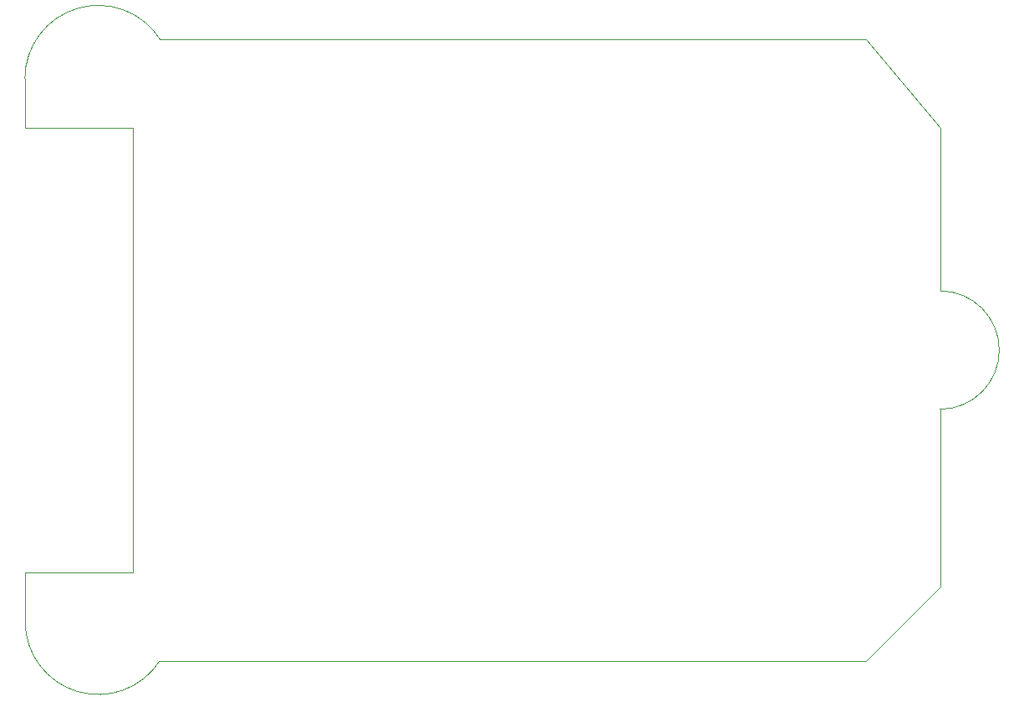
<source format=gm1>
G04 #@! TF.GenerationSoftware,KiCad,Pcbnew,(5.1.0)-1*
G04 #@! TF.CreationDate,2022-08-09T13:46:42+10:00*
G04 #@! TF.ProjectId,mainPCB_v0.9-br2,6d61696e-5043-4425-9f76-302e392d6272,rev?*
G04 #@! TF.SameCoordinates,Original*
G04 #@! TF.FileFunction,Profile,NP*
%FSLAX46Y46*%
G04 Gerber Fmt 4.6, Leading zero omitted, Abs format (unit mm)*
G04 Created by KiCad (PCBNEW (5.1.0)-1) date 2022-08-09 13:46:42*
%MOMM*%
%LPD*%
G04 APERTURE LIST*
%ADD10C,0.100000*%
G04 APERTURE END LIST*
D10*
X155722000Y-61543000D02*
G75*
G02X155722000Y-73543000I0J-6000000D01*
G01*
X63055500Y-45043000D02*
X63030220Y-40043337D01*
X73954000Y-45043000D02*
X63055500Y-45043000D01*
X73954000Y-90043000D02*
X73954000Y-45043000D01*
X63054000Y-90043000D02*
X73954000Y-90043000D01*
X63054000Y-95043000D02*
X63054000Y-90043000D01*
X76674428Y-99051276D02*
G75*
G02X63054000Y-95043000I-6220428J4008276D01*
G01*
X148209000Y-99043000D02*
X76674428Y-99051276D01*
X155722000Y-91530000D02*
X148209000Y-99043000D01*
X155722000Y-73543000D02*
X155722000Y-91530000D01*
X155722000Y-45043000D02*
X155722000Y-61543000D01*
X148209000Y-36043000D02*
X155722000Y-45043000D01*
X76708000Y-36043000D02*
X148209000Y-36043000D01*
X63030220Y-40043337D02*
G75*
G02X76708000Y-36043000I7423780J337D01*
G01*
M02*

</source>
